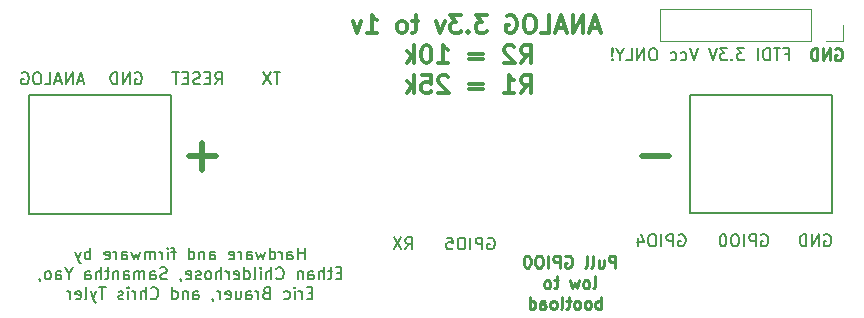
<source format=gbo>
G04 #@! TF.GenerationSoftware,KiCad,Pcbnew,5.0.0-rc2-dev-unknown-r12647-81843c37*
G04 #@! TF.CreationDate,2018-05-28T15:16:23-04:00*
G04 #@! TF.ProjectId,Peapod PCB,506561706F64205043422E6B69636164,rev?*
G04 #@! TF.SameCoordinates,Original*
G04 #@! TF.FileFunction,Legend,Bot*
G04 #@! TF.FilePolarity,Positive*
%FSLAX46Y46*%
G04 Gerber Fmt 4.6, Leading zero omitted, Abs format (unit mm)*
G04 Created by KiCad (PCBNEW 5.0.0-rc2-dev-unknown-r12647-81843c37) date Mon May 28 15:16:23 2018*
%MOMM*%
%LPD*%
G01*
G04 APERTURE LIST*
%ADD10C,0.177800*%
%ADD11C,0.250000*%
%ADD12C,0.300000*%
%ADD13C,0.500000*%
%ADD14C,0.150000*%
%ADD15C,0.120000*%
G04 APERTURE END LIST*
D10*
X177310142Y-48304580D02*
X177310142Y-47304580D01*
X177310142Y-47780771D02*
X176744085Y-47780771D01*
X176744085Y-48304580D02*
X176744085Y-47304580D01*
X175847828Y-48304580D02*
X175847828Y-47780771D01*
X175895000Y-47685533D01*
X175989342Y-47637914D01*
X176178028Y-47637914D01*
X176272371Y-47685533D01*
X175847828Y-48256961D02*
X175942171Y-48304580D01*
X176178028Y-48304580D01*
X176272371Y-48256961D01*
X176319542Y-48161723D01*
X176319542Y-48066485D01*
X176272371Y-47971247D01*
X176178028Y-47923628D01*
X175942171Y-47923628D01*
X175847828Y-47876009D01*
X175376114Y-48304580D02*
X175376114Y-47637914D01*
X175376114Y-47828390D02*
X175328942Y-47733152D01*
X175281771Y-47685533D01*
X175187428Y-47637914D01*
X175093085Y-47637914D01*
X174338342Y-48304580D02*
X174338342Y-47304580D01*
X174338342Y-48256961D02*
X174432685Y-48304580D01*
X174621371Y-48304580D01*
X174715714Y-48256961D01*
X174762885Y-48209342D01*
X174810057Y-48114104D01*
X174810057Y-47828390D01*
X174762885Y-47733152D01*
X174715714Y-47685533D01*
X174621371Y-47637914D01*
X174432685Y-47637914D01*
X174338342Y-47685533D01*
X173960971Y-47637914D02*
X173772285Y-48304580D01*
X173583600Y-47828390D01*
X173394914Y-48304580D01*
X173206228Y-47637914D01*
X172404314Y-48304580D02*
X172404314Y-47780771D01*
X172451485Y-47685533D01*
X172545828Y-47637914D01*
X172734514Y-47637914D01*
X172828857Y-47685533D01*
X172404314Y-48256961D02*
X172498657Y-48304580D01*
X172734514Y-48304580D01*
X172828857Y-48256961D01*
X172876028Y-48161723D01*
X172876028Y-48066485D01*
X172828857Y-47971247D01*
X172734514Y-47923628D01*
X172498657Y-47923628D01*
X172404314Y-47876009D01*
X171932600Y-48304580D02*
X171932600Y-47637914D01*
X171932600Y-47828390D02*
X171885428Y-47733152D01*
X171838257Y-47685533D01*
X171743914Y-47637914D01*
X171649571Y-47637914D01*
X170942000Y-48256961D02*
X171036342Y-48304580D01*
X171225028Y-48304580D01*
X171319371Y-48256961D01*
X171366542Y-48161723D01*
X171366542Y-47780771D01*
X171319371Y-47685533D01*
X171225028Y-47637914D01*
X171036342Y-47637914D01*
X170942000Y-47685533D01*
X170894828Y-47780771D01*
X170894828Y-47876009D01*
X171366542Y-47971247D01*
X169291000Y-48304580D02*
X169291000Y-47780771D01*
X169338171Y-47685533D01*
X169432514Y-47637914D01*
X169621200Y-47637914D01*
X169715542Y-47685533D01*
X169291000Y-48256961D02*
X169385342Y-48304580D01*
X169621200Y-48304580D01*
X169715542Y-48256961D01*
X169762714Y-48161723D01*
X169762714Y-48066485D01*
X169715542Y-47971247D01*
X169621200Y-47923628D01*
X169385342Y-47923628D01*
X169291000Y-47876009D01*
X168819285Y-47637914D02*
X168819285Y-48304580D01*
X168819285Y-47733152D02*
X168772114Y-47685533D01*
X168677771Y-47637914D01*
X168536257Y-47637914D01*
X168441914Y-47685533D01*
X168394742Y-47780771D01*
X168394742Y-48304580D01*
X167498485Y-48304580D02*
X167498485Y-47304580D01*
X167498485Y-48256961D02*
X167592828Y-48304580D01*
X167781514Y-48304580D01*
X167875857Y-48256961D01*
X167923028Y-48209342D01*
X167970200Y-48114104D01*
X167970200Y-47828390D01*
X167923028Y-47733152D01*
X167875857Y-47685533D01*
X167781514Y-47637914D01*
X167592828Y-47637914D01*
X167498485Y-47685533D01*
X166413542Y-47637914D02*
X166036171Y-47637914D01*
X166272028Y-48304580D02*
X166272028Y-47447438D01*
X166224857Y-47352200D01*
X166130514Y-47304580D01*
X166036171Y-47304580D01*
X165705971Y-48304580D02*
X165705971Y-47637914D01*
X165705971Y-47304580D02*
X165753142Y-47352200D01*
X165705971Y-47399819D01*
X165658800Y-47352200D01*
X165705971Y-47304580D01*
X165705971Y-47399819D01*
X165234257Y-48304580D02*
X165234257Y-47637914D01*
X165234257Y-47828390D02*
X165187085Y-47733152D01*
X165139914Y-47685533D01*
X165045571Y-47637914D01*
X164951228Y-47637914D01*
X164621028Y-48304580D02*
X164621028Y-47637914D01*
X164621028Y-47733152D02*
X164573857Y-47685533D01*
X164479514Y-47637914D01*
X164338000Y-47637914D01*
X164243657Y-47685533D01*
X164196485Y-47780771D01*
X164196485Y-48304580D01*
X164196485Y-47780771D02*
X164149314Y-47685533D01*
X164054971Y-47637914D01*
X163913457Y-47637914D01*
X163819114Y-47685533D01*
X163771942Y-47780771D01*
X163771942Y-48304580D01*
X163394571Y-47637914D02*
X163205885Y-48304580D01*
X163017200Y-47828390D01*
X162828514Y-48304580D01*
X162639828Y-47637914D01*
X161837914Y-48304580D02*
X161837914Y-47780771D01*
X161885085Y-47685533D01*
X161979428Y-47637914D01*
X162168114Y-47637914D01*
X162262457Y-47685533D01*
X161837914Y-48256961D02*
X161932257Y-48304580D01*
X162168114Y-48304580D01*
X162262457Y-48256961D01*
X162309628Y-48161723D01*
X162309628Y-48066485D01*
X162262457Y-47971247D01*
X162168114Y-47923628D01*
X161932257Y-47923628D01*
X161837914Y-47876009D01*
X161366200Y-48304580D02*
X161366200Y-47637914D01*
X161366200Y-47828390D02*
X161319028Y-47733152D01*
X161271857Y-47685533D01*
X161177514Y-47637914D01*
X161083171Y-47637914D01*
X160375600Y-48256961D02*
X160469942Y-48304580D01*
X160658628Y-48304580D01*
X160752971Y-48256961D01*
X160800142Y-48161723D01*
X160800142Y-47780771D01*
X160752971Y-47685533D01*
X160658628Y-47637914D01*
X160469942Y-47637914D01*
X160375600Y-47685533D01*
X160328428Y-47780771D01*
X160328428Y-47876009D01*
X160800142Y-47971247D01*
X159149142Y-48304580D02*
X159149142Y-47304580D01*
X159149142Y-47685533D02*
X159054800Y-47637914D01*
X158866114Y-47637914D01*
X158771771Y-47685533D01*
X158724600Y-47733152D01*
X158677428Y-47828390D01*
X158677428Y-48114104D01*
X158724600Y-48209342D01*
X158771771Y-48256961D01*
X158866114Y-48304580D01*
X159054800Y-48304580D01*
X159149142Y-48256961D01*
X158347228Y-47637914D02*
X158111371Y-48304580D01*
X157875514Y-47637914D02*
X158111371Y-48304580D01*
X158205714Y-48542676D01*
X158252885Y-48590295D01*
X158347228Y-48637914D01*
X180399871Y-49458571D02*
X180069671Y-49458571D01*
X179928157Y-49982380D02*
X180399871Y-49982380D01*
X180399871Y-48982380D01*
X179928157Y-48982380D01*
X179645128Y-49315714D02*
X179267757Y-49315714D01*
X179503614Y-48982380D02*
X179503614Y-49839523D01*
X179456442Y-49934761D01*
X179362100Y-49982380D01*
X179267757Y-49982380D01*
X178937557Y-49982380D02*
X178937557Y-48982380D01*
X178513014Y-49982380D02*
X178513014Y-49458571D01*
X178560185Y-49363333D01*
X178654528Y-49315714D01*
X178796042Y-49315714D01*
X178890385Y-49363333D01*
X178937557Y-49410952D01*
X177616757Y-49982380D02*
X177616757Y-49458571D01*
X177663928Y-49363333D01*
X177758271Y-49315714D01*
X177946957Y-49315714D01*
X178041300Y-49363333D01*
X177616757Y-49934761D02*
X177711100Y-49982380D01*
X177946957Y-49982380D01*
X178041300Y-49934761D01*
X178088471Y-49839523D01*
X178088471Y-49744285D01*
X178041300Y-49649047D01*
X177946957Y-49601428D01*
X177711100Y-49601428D01*
X177616757Y-49553809D01*
X177145042Y-49315714D02*
X177145042Y-49982380D01*
X177145042Y-49410952D02*
X177097871Y-49363333D01*
X177003528Y-49315714D01*
X176862014Y-49315714D01*
X176767671Y-49363333D01*
X176720500Y-49458571D01*
X176720500Y-49982380D01*
X174927985Y-49887142D02*
X174975157Y-49934761D01*
X175116671Y-49982380D01*
X175211014Y-49982380D01*
X175352528Y-49934761D01*
X175446871Y-49839523D01*
X175494042Y-49744285D01*
X175541214Y-49553809D01*
X175541214Y-49410952D01*
X175494042Y-49220476D01*
X175446871Y-49125238D01*
X175352528Y-49030000D01*
X175211014Y-48982380D01*
X175116671Y-48982380D01*
X174975157Y-49030000D01*
X174927985Y-49077619D01*
X174503442Y-49982380D02*
X174503442Y-48982380D01*
X174078900Y-49982380D02*
X174078900Y-49458571D01*
X174126071Y-49363333D01*
X174220414Y-49315714D01*
X174361928Y-49315714D01*
X174456271Y-49363333D01*
X174503442Y-49410952D01*
X173607185Y-49982380D02*
X173607185Y-49315714D01*
X173607185Y-48982380D02*
X173654357Y-49030000D01*
X173607185Y-49077619D01*
X173560014Y-49030000D01*
X173607185Y-48982380D01*
X173607185Y-49077619D01*
X172993957Y-49982380D02*
X173088300Y-49934761D01*
X173135471Y-49839523D01*
X173135471Y-48982380D01*
X172192042Y-49982380D02*
X172192042Y-48982380D01*
X172192042Y-49934761D02*
X172286385Y-49982380D01*
X172475071Y-49982380D01*
X172569414Y-49934761D01*
X172616585Y-49887142D01*
X172663757Y-49791904D01*
X172663757Y-49506190D01*
X172616585Y-49410952D01*
X172569414Y-49363333D01*
X172475071Y-49315714D01*
X172286385Y-49315714D01*
X172192042Y-49363333D01*
X171342957Y-49934761D02*
X171437300Y-49982380D01*
X171625985Y-49982380D01*
X171720328Y-49934761D01*
X171767500Y-49839523D01*
X171767500Y-49458571D01*
X171720328Y-49363333D01*
X171625985Y-49315714D01*
X171437300Y-49315714D01*
X171342957Y-49363333D01*
X171295785Y-49458571D01*
X171295785Y-49553809D01*
X171767500Y-49649047D01*
X170871242Y-49982380D02*
X170871242Y-49315714D01*
X170871242Y-49506190D02*
X170824071Y-49410952D01*
X170776900Y-49363333D01*
X170682557Y-49315714D01*
X170588214Y-49315714D01*
X170258014Y-49982380D02*
X170258014Y-48982380D01*
X169833471Y-49982380D02*
X169833471Y-49458571D01*
X169880642Y-49363333D01*
X169974985Y-49315714D01*
X170116500Y-49315714D01*
X170210842Y-49363333D01*
X170258014Y-49410952D01*
X169220242Y-49982380D02*
X169314585Y-49934761D01*
X169361757Y-49887142D01*
X169408928Y-49791904D01*
X169408928Y-49506190D01*
X169361757Y-49410952D01*
X169314585Y-49363333D01*
X169220242Y-49315714D01*
X169078728Y-49315714D01*
X168984385Y-49363333D01*
X168937214Y-49410952D01*
X168890042Y-49506190D01*
X168890042Y-49791904D01*
X168937214Y-49887142D01*
X168984385Y-49934761D01*
X169078728Y-49982380D01*
X169220242Y-49982380D01*
X168512671Y-49934761D02*
X168418328Y-49982380D01*
X168229642Y-49982380D01*
X168135300Y-49934761D01*
X168088128Y-49839523D01*
X168088128Y-49791904D01*
X168135300Y-49696666D01*
X168229642Y-49649047D01*
X168371157Y-49649047D01*
X168465500Y-49601428D01*
X168512671Y-49506190D01*
X168512671Y-49458571D01*
X168465500Y-49363333D01*
X168371157Y-49315714D01*
X168229642Y-49315714D01*
X168135300Y-49363333D01*
X167286214Y-49934761D02*
X167380557Y-49982380D01*
X167569242Y-49982380D01*
X167663585Y-49934761D01*
X167710757Y-49839523D01*
X167710757Y-49458571D01*
X167663585Y-49363333D01*
X167569242Y-49315714D01*
X167380557Y-49315714D01*
X167286214Y-49363333D01*
X167239042Y-49458571D01*
X167239042Y-49553809D01*
X167710757Y-49649047D01*
X166767328Y-49934761D02*
X166767328Y-49982380D01*
X166814500Y-50077619D01*
X166861671Y-50125238D01*
X165635214Y-49934761D02*
X165493700Y-49982380D01*
X165257842Y-49982380D01*
X165163500Y-49934761D01*
X165116328Y-49887142D01*
X165069157Y-49791904D01*
X165069157Y-49696666D01*
X165116328Y-49601428D01*
X165163500Y-49553809D01*
X165257842Y-49506190D01*
X165446528Y-49458571D01*
X165540871Y-49410952D01*
X165588042Y-49363333D01*
X165635214Y-49268095D01*
X165635214Y-49172857D01*
X165588042Y-49077619D01*
X165540871Y-49030000D01*
X165446528Y-48982380D01*
X165210671Y-48982380D01*
X165069157Y-49030000D01*
X164220071Y-49982380D02*
X164220071Y-49458571D01*
X164267242Y-49363333D01*
X164361585Y-49315714D01*
X164550271Y-49315714D01*
X164644614Y-49363333D01*
X164220071Y-49934761D02*
X164314414Y-49982380D01*
X164550271Y-49982380D01*
X164644614Y-49934761D01*
X164691785Y-49839523D01*
X164691785Y-49744285D01*
X164644614Y-49649047D01*
X164550271Y-49601428D01*
X164314414Y-49601428D01*
X164220071Y-49553809D01*
X163748357Y-49982380D02*
X163748357Y-49315714D01*
X163748357Y-49410952D02*
X163701185Y-49363333D01*
X163606842Y-49315714D01*
X163465328Y-49315714D01*
X163370985Y-49363333D01*
X163323814Y-49458571D01*
X163323814Y-49982380D01*
X163323814Y-49458571D02*
X163276642Y-49363333D01*
X163182300Y-49315714D01*
X163040785Y-49315714D01*
X162946442Y-49363333D01*
X162899271Y-49458571D01*
X162899271Y-49982380D01*
X162003014Y-49982380D02*
X162003014Y-49458571D01*
X162050185Y-49363333D01*
X162144528Y-49315714D01*
X162333214Y-49315714D01*
X162427557Y-49363333D01*
X162003014Y-49934761D02*
X162097357Y-49982380D01*
X162333214Y-49982380D01*
X162427557Y-49934761D01*
X162474728Y-49839523D01*
X162474728Y-49744285D01*
X162427557Y-49649047D01*
X162333214Y-49601428D01*
X162097357Y-49601428D01*
X162003014Y-49553809D01*
X161531300Y-49315714D02*
X161531300Y-49982380D01*
X161531300Y-49410952D02*
X161484128Y-49363333D01*
X161389785Y-49315714D01*
X161248271Y-49315714D01*
X161153928Y-49363333D01*
X161106757Y-49458571D01*
X161106757Y-49982380D01*
X160776557Y-49315714D02*
X160399185Y-49315714D01*
X160635042Y-48982380D02*
X160635042Y-49839523D01*
X160587871Y-49934761D01*
X160493528Y-49982380D01*
X160399185Y-49982380D01*
X160068985Y-49982380D02*
X160068985Y-48982380D01*
X159644442Y-49982380D02*
X159644442Y-49458571D01*
X159691614Y-49363333D01*
X159785957Y-49315714D01*
X159927471Y-49315714D01*
X160021814Y-49363333D01*
X160068985Y-49410952D01*
X158748185Y-49982380D02*
X158748185Y-49458571D01*
X158795357Y-49363333D01*
X158889700Y-49315714D01*
X159078385Y-49315714D01*
X159172728Y-49363333D01*
X158748185Y-49934761D02*
X158842528Y-49982380D01*
X159078385Y-49982380D01*
X159172728Y-49934761D01*
X159219900Y-49839523D01*
X159219900Y-49744285D01*
X159172728Y-49649047D01*
X159078385Y-49601428D01*
X158842528Y-49601428D01*
X158748185Y-49553809D01*
X157333042Y-49506190D02*
X157333042Y-49982380D01*
X157663242Y-48982380D02*
X157333042Y-49506190D01*
X157002842Y-48982380D01*
X156248100Y-49982380D02*
X156248100Y-49458571D01*
X156295271Y-49363333D01*
X156389614Y-49315714D01*
X156578300Y-49315714D01*
X156672642Y-49363333D01*
X156248100Y-49934761D02*
X156342442Y-49982380D01*
X156578300Y-49982380D01*
X156672642Y-49934761D01*
X156719814Y-49839523D01*
X156719814Y-49744285D01*
X156672642Y-49649047D01*
X156578300Y-49601428D01*
X156342442Y-49601428D01*
X156248100Y-49553809D01*
X155634871Y-49982380D02*
X155729214Y-49934761D01*
X155776385Y-49887142D01*
X155823557Y-49791904D01*
X155823557Y-49506190D01*
X155776385Y-49410952D01*
X155729214Y-49363333D01*
X155634871Y-49315714D01*
X155493357Y-49315714D01*
X155399014Y-49363333D01*
X155351842Y-49410952D01*
X155304671Y-49506190D01*
X155304671Y-49791904D01*
X155351842Y-49887142D01*
X155399014Y-49934761D01*
X155493357Y-49982380D01*
X155634871Y-49982380D01*
X154832957Y-49934761D02*
X154832957Y-49982380D01*
X154880128Y-50077619D01*
X154927300Y-50125238D01*
X177970542Y-51136371D02*
X177640342Y-51136371D01*
X177498828Y-51660180D02*
X177970542Y-51660180D01*
X177970542Y-50660180D01*
X177498828Y-50660180D01*
X177074285Y-51660180D02*
X177074285Y-50993514D01*
X177074285Y-51183990D02*
X177027114Y-51088752D01*
X176979942Y-51041133D01*
X176885600Y-50993514D01*
X176791257Y-50993514D01*
X176461057Y-51660180D02*
X176461057Y-50993514D01*
X176461057Y-50660180D02*
X176508228Y-50707800D01*
X176461057Y-50755419D01*
X176413885Y-50707800D01*
X176461057Y-50660180D01*
X176461057Y-50755419D01*
X175564800Y-51612561D02*
X175659142Y-51660180D01*
X175847828Y-51660180D01*
X175942171Y-51612561D01*
X175989342Y-51564942D01*
X176036514Y-51469704D01*
X176036514Y-51183990D01*
X175989342Y-51088752D01*
X175942171Y-51041133D01*
X175847828Y-50993514D01*
X175659142Y-50993514D01*
X175564800Y-51041133D01*
X174055314Y-51136371D02*
X173913800Y-51183990D01*
X173866628Y-51231609D01*
X173819457Y-51326847D01*
X173819457Y-51469704D01*
X173866628Y-51564942D01*
X173913800Y-51612561D01*
X174008142Y-51660180D01*
X174385514Y-51660180D01*
X174385514Y-50660180D01*
X174055314Y-50660180D01*
X173960971Y-50707800D01*
X173913800Y-50755419D01*
X173866628Y-50850657D01*
X173866628Y-50945895D01*
X173913800Y-51041133D01*
X173960971Y-51088752D01*
X174055314Y-51136371D01*
X174385514Y-51136371D01*
X173394914Y-51660180D02*
X173394914Y-50993514D01*
X173394914Y-51183990D02*
X173347742Y-51088752D01*
X173300571Y-51041133D01*
X173206228Y-50993514D01*
X173111885Y-50993514D01*
X172357142Y-51660180D02*
X172357142Y-51136371D01*
X172404314Y-51041133D01*
X172498657Y-50993514D01*
X172687342Y-50993514D01*
X172781685Y-51041133D01*
X172357142Y-51612561D02*
X172451485Y-51660180D01*
X172687342Y-51660180D01*
X172781685Y-51612561D01*
X172828857Y-51517323D01*
X172828857Y-51422085D01*
X172781685Y-51326847D01*
X172687342Y-51279228D01*
X172451485Y-51279228D01*
X172357142Y-51231609D01*
X171460885Y-50993514D02*
X171460885Y-51660180D01*
X171885428Y-50993514D02*
X171885428Y-51517323D01*
X171838257Y-51612561D01*
X171743914Y-51660180D01*
X171602400Y-51660180D01*
X171508057Y-51612561D01*
X171460885Y-51564942D01*
X170611800Y-51612561D02*
X170706142Y-51660180D01*
X170894828Y-51660180D01*
X170989171Y-51612561D01*
X171036342Y-51517323D01*
X171036342Y-51136371D01*
X170989171Y-51041133D01*
X170894828Y-50993514D01*
X170706142Y-50993514D01*
X170611800Y-51041133D01*
X170564628Y-51136371D01*
X170564628Y-51231609D01*
X171036342Y-51326847D01*
X170140085Y-51660180D02*
X170140085Y-50993514D01*
X170140085Y-51183990D02*
X170092914Y-51088752D01*
X170045742Y-51041133D01*
X169951400Y-50993514D01*
X169857057Y-50993514D01*
X169479685Y-51612561D02*
X169479685Y-51660180D01*
X169526857Y-51755419D01*
X169574028Y-51803038D01*
X167875857Y-51660180D02*
X167875857Y-51136371D01*
X167923028Y-51041133D01*
X168017371Y-50993514D01*
X168206057Y-50993514D01*
X168300400Y-51041133D01*
X167875857Y-51612561D02*
X167970200Y-51660180D01*
X168206057Y-51660180D01*
X168300400Y-51612561D01*
X168347571Y-51517323D01*
X168347571Y-51422085D01*
X168300400Y-51326847D01*
X168206057Y-51279228D01*
X167970200Y-51279228D01*
X167875857Y-51231609D01*
X167404142Y-50993514D02*
X167404142Y-51660180D01*
X167404142Y-51088752D02*
X167356971Y-51041133D01*
X167262628Y-50993514D01*
X167121114Y-50993514D01*
X167026771Y-51041133D01*
X166979600Y-51136371D01*
X166979600Y-51660180D01*
X166083342Y-51660180D02*
X166083342Y-50660180D01*
X166083342Y-51612561D02*
X166177685Y-51660180D01*
X166366371Y-51660180D01*
X166460714Y-51612561D01*
X166507885Y-51564942D01*
X166555057Y-51469704D01*
X166555057Y-51183990D01*
X166507885Y-51088752D01*
X166460714Y-51041133D01*
X166366371Y-50993514D01*
X166177685Y-50993514D01*
X166083342Y-51041133D01*
X164290828Y-51564942D02*
X164338000Y-51612561D01*
X164479514Y-51660180D01*
X164573857Y-51660180D01*
X164715371Y-51612561D01*
X164809714Y-51517323D01*
X164856885Y-51422085D01*
X164904057Y-51231609D01*
X164904057Y-51088752D01*
X164856885Y-50898276D01*
X164809714Y-50803038D01*
X164715371Y-50707800D01*
X164573857Y-50660180D01*
X164479514Y-50660180D01*
X164338000Y-50707800D01*
X164290828Y-50755419D01*
X163866285Y-51660180D02*
X163866285Y-50660180D01*
X163441742Y-51660180D02*
X163441742Y-51136371D01*
X163488914Y-51041133D01*
X163583257Y-50993514D01*
X163724771Y-50993514D01*
X163819114Y-51041133D01*
X163866285Y-51088752D01*
X162970028Y-51660180D02*
X162970028Y-50993514D01*
X162970028Y-51183990D02*
X162922857Y-51088752D01*
X162875685Y-51041133D01*
X162781342Y-50993514D01*
X162687000Y-50993514D01*
X162356800Y-51660180D02*
X162356800Y-50993514D01*
X162356800Y-50660180D02*
X162403971Y-50707800D01*
X162356800Y-50755419D01*
X162309628Y-50707800D01*
X162356800Y-50660180D01*
X162356800Y-50755419D01*
X161932257Y-51612561D02*
X161837914Y-51660180D01*
X161649228Y-51660180D01*
X161554885Y-51612561D01*
X161507714Y-51517323D01*
X161507714Y-51469704D01*
X161554885Y-51374466D01*
X161649228Y-51326847D01*
X161790742Y-51326847D01*
X161885085Y-51279228D01*
X161932257Y-51183990D01*
X161932257Y-51136371D01*
X161885085Y-51041133D01*
X161790742Y-50993514D01*
X161649228Y-50993514D01*
X161554885Y-51041133D01*
X160469942Y-50660180D02*
X159903885Y-50660180D01*
X160186914Y-51660180D02*
X160186914Y-50660180D01*
X159668028Y-50993514D02*
X159432171Y-51660180D01*
X159196314Y-50993514D02*
X159432171Y-51660180D01*
X159526514Y-51898276D01*
X159573685Y-51945895D01*
X159668028Y-51993514D01*
X158677428Y-51660180D02*
X158771771Y-51612561D01*
X158818942Y-51517323D01*
X158818942Y-50660180D01*
X157922685Y-51612561D02*
X158017028Y-51660180D01*
X158205714Y-51660180D01*
X158300057Y-51612561D01*
X158347228Y-51517323D01*
X158347228Y-51136371D01*
X158300057Y-51041133D01*
X158205714Y-50993514D01*
X158017028Y-50993514D01*
X157922685Y-51041133D01*
X157875514Y-51136371D01*
X157875514Y-51231609D01*
X158347228Y-51326847D01*
X157450971Y-51660180D02*
X157450971Y-50993514D01*
X157450971Y-51183990D02*
X157403800Y-51088752D01*
X157356628Y-51041133D01*
X157262285Y-50993514D01*
X157167942Y-50993514D01*
D11*
X203628095Y-48994380D02*
X203628095Y-47994380D01*
X203247142Y-47994380D01*
X203151904Y-48042000D01*
X203104285Y-48089619D01*
X203056666Y-48184857D01*
X203056666Y-48327714D01*
X203104285Y-48422952D01*
X203151904Y-48470571D01*
X203247142Y-48518190D01*
X203628095Y-48518190D01*
X202199523Y-48327714D02*
X202199523Y-48994380D01*
X202628095Y-48327714D02*
X202628095Y-48851523D01*
X202580476Y-48946761D01*
X202485238Y-48994380D01*
X202342380Y-48994380D01*
X202247142Y-48946761D01*
X202199523Y-48899142D01*
X201580476Y-48994380D02*
X201675714Y-48946761D01*
X201723333Y-48851523D01*
X201723333Y-47994380D01*
X201056666Y-48994380D02*
X201151904Y-48946761D01*
X201199523Y-48851523D01*
X201199523Y-47994380D01*
X199390000Y-48042000D02*
X199485238Y-47994380D01*
X199628095Y-47994380D01*
X199770952Y-48042000D01*
X199866190Y-48137238D01*
X199913809Y-48232476D01*
X199961428Y-48422952D01*
X199961428Y-48565809D01*
X199913809Y-48756285D01*
X199866190Y-48851523D01*
X199770952Y-48946761D01*
X199628095Y-48994380D01*
X199532857Y-48994380D01*
X199390000Y-48946761D01*
X199342380Y-48899142D01*
X199342380Y-48565809D01*
X199532857Y-48565809D01*
X198913809Y-48994380D02*
X198913809Y-47994380D01*
X198532857Y-47994380D01*
X198437619Y-48042000D01*
X198390000Y-48089619D01*
X198342380Y-48184857D01*
X198342380Y-48327714D01*
X198390000Y-48422952D01*
X198437619Y-48470571D01*
X198532857Y-48518190D01*
X198913809Y-48518190D01*
X197913809Y-48994380D02*
X197913809Y-47994380D01*
X197247142Y-47994380D02*
X197056666Y-47994380D01*
X196961428Y-48042000D01*
X196866190Y-48137238D01*
X196818571Y-48327714D01*
X196818571Y-48661047D01*
X196866190Y-48851523D01*
X196961428Y-48946761D01*
X197056666Y-48994380D01*
X197247142Y-48994380D01*
X197342380Y-48946761D01*
X197437619Y-48851523D01*
X197485238Y-48661047D01*
X197485238Y-48327714D01*
X197437619Y-48137238D01*
X197342380Y-48042000D01*
X197247142Y-47994380D01*
X196199523Y-47994380D02*
X196104285Y-47994380D01*
X196009047Y-48042000D01*
X195961428Y-48089619D01*
X195913809Y-48184857D01*
X195866190Y-48375333D01*
X195866190Y-48613428D01*
X195913809Y-48803904D01*
X195961428Y-48899142D01*
X196009047Y-48946761D01*
X196104285Y-48994380D01*
X196199523Y-48994380D01*
X196294761Y-48946761D01*
X196342380Y-48899142D01*
X196390000Y-48803904D01*
X196437619Y-48613428D01*
X196437619Y-48375333D01*
X196390000Y-48184857D01*
X196342380Y-48089619D01*
X196294761Y-48042000D01*
X196199523Y-47994380D01*
X201747142Y-50744380D02*
X201842380Y-50696761D01*
X201890000Y-50601523D01*
X201890000Y-49744380D01*
X201223333Y-50744380D02*
X201318571Y-50696761D01*
X201366190Y-50649142D01*
X201413809Y-50553904D01*
X201413809Y-50268190D01*
X201366190Y-50172952D01*
X201318571Y-50125333D01*
X201223333Y-50077714D01*
X201080476Y-50077714D01*
X200985238Y-50125333D01*
X200937619Y-50172952D01*
X200890000Y-50268190D01*
X200890000Y-50553904D01*
X200937619Y-50649142D01*
X200985238Y-50696761D01*
X201080476Y-50744380D01*
X201223333Y-50744380D01*
X200556666Y-50077714D02*
X200366190Y-50744380D01*
X200175714Y-50268190D01*
X199985238Y-50744380D01*
X199794761Y-50077714D01*
X198794761Y-50077714D02*
X198413809Y-50077714D01*
X198651904Y-49744380D02*
X198651904Y-50601523D01*
X198604285Y-50696761D01*
X198509047Y-50744380D01*
X198413809Y-50744380D01*
X197937619Y-50744380D02*
X198032857Y-50696761D01*
X198080476Y-50649142D01*
X198128095Y-50553904D01*
X198128095Y-50268190D01*
X198080476Y-50172952D01*
X198032857Y-50125333D01*
X197937619Y-50077714D01*
X197794761Y-50077714D01*
X197699523Y-50125333D01*
X197651904Y-50172952D01*
X197604285Y-50268190D01*
X197604285Y-50553904D01*
X197651904Y-50649142D01*
X197699523Y-50696761D01*
X197794761Y-50744380D01*
X197937619Y-50744380D01*
X202413809Y-52494380D02*
X202413809Y-51494380D01*
X202413809Y-51875333D02*
X202318571Y-51827714D01*
X202128095Y-51827714D01*
X202032857Y-51875333D01*
X201985238Y-51922952D01*
X201937619Y-52018190D01*
X201937619Y-52303904D01*
X201985238Y-52399142D01*
X202032857Y-52446761D01*
X202128095Y-52494380D01*
X202318571Y-52494380D01*
X202413809Y-52446761D01*
X201366190Y-52494380D02*
X201461428Y-52446761D01*
X201509047Y-52399142D01*
X201556666Y-52303904D01*
X201556666Y-52018190D01*
X201509047Y-51922952D01*
X201461428Y-51875333D01*
X201366190Y-51827714D01*
X201223333Y-51827714D01*
X201128095Y-51875333D01*
X201080476Y-51922952D01*
X201032857Y-52018190D01*
X201032857Y-52303904D01*
X201080476Y-52399142D01*
X201128095Y-52446761D01*
X201223333Y-52494380D01*
X201366190Y-52494380D01*
X200461428Y-52494380D02*
X200556666Y-52446761D01*
X200604285Y-52399142D01*
X200651904Y-52303904D01*
X200651904Y-52018190D01*
X200604285Y-51922952D01*
X200556666Y-51875333D01*
X200461428Y-51827714D01*
X200318571Y-51827714D01*
X200223333Y-51875333D01*
X200175714Y-51922952D01*
X200128095Y-52018190D01*
X200128095Y-52303904D01*
X200175714Y-52399142D01*
X200223333Y-52446761D01*
X200318571Y-52494380D01*
X200461428Y-52494380D01*
X199842380Y-51827714D02*
X199461428Y-51827714D01*
X199699523Y-51494380D02*
X199699523Y-52351523D01*
X199651904Y-52446761D01*
X199556666Y-52494380D01*
X199461428Y-52494380D01*
X198985238Y-52494380D02*
X199080476Y-52446761D01*
X199128095Y-52351523D01*
X199128095Y-51494380D01*
X198461428Y-52494380D02*
X198556666Y-52446761D01*
X198604285Y-52399142D01*
X198651904Y-52303904D01*
X198651904Y-52018190D01*
X198604285Y-51922952D01*
X198556666Y-51875333D01*
X198461428Y-51827714D01*
X198318571Y-51827714D01*
X198223333Y-51875333D01*
X198175714Y-51922952D01*
X198128095Y-52018190D01*
X198128095Y-52303904D01*
X198175714Y-52399142D01*
X198223333Y-52446761D01*
X198318571Y-52494380D01*
X198461428Y-52494380D01*
X197270952Y-52494380D02*
X197270952Y-51970571D01*
X197318571Y-51875333D01*
X197413809Y-51827714D01*
X197604285Y-51827714D01*
X197699523Y-51875333D01*
X197270952Y-52446761D02*
X197366190Y-52494380D01*
X197604285Y-52494380D01*
X197699523Y-52446761D01*
X197747142Y-52351523D01*
X197747142Y-52256285D01*
X197699523Y-52161047D01*
X197604285Y-52113428D01*
X197366190Y-52113428D01*
X197270952Y-52065809D01*
X196366190Y-52494380D02*
X196366190Y-51494380D01*
X196366190Y-52446761D02*
X196461428Y-52494380D01*
X196651904Y-52494380D01*
X196747142Y-52446761D01*
X196794761Y-52399142D01*
X196842380Y-52303904D01*
X196842380Y-52018190D01*
X196794761Y-51922952D01*
X196747142Y-51875333D01*
X196651904Y-51827714D01*
X196461428Y-51827714D01*
X196366190Y-51875333D01*
D12*
X202226285Y-28688000D02*
X201512000Y-28688000D01*
X202369142Y-29116571D02*
X201869142Y-27616571D01*
X201369142Y-29116571D01*
X200869142Y-29116571D02*
X200869142Y-27616571D01*
X200012000Y-29116571D01*
X200012000Y-27616571D01*
X199369142Y-28688000D02*
X198654857Y-28688000D01*
X199512000Y-29116571D02*
X199012000Y-27616571D01*
X198512000Y-29116571D01*
X197297714Y-29116571D02*
X198012000Y-29116571D01*
X198012000Y-27616571D01*
X196512000Y-27616571D02*
X196226285Y-27616571D01*
X196083428Y-27688000D01*
X195940571Y-27830857D01*
X195869142Y-28116571D01*
X195869142Y-28616571D01*
X195940571Y-28902285D01*
X196083428Y-29045142D01*
X196226285Y-29116571D01*
X196512000Y-29116571D01*
X196654857Y-29045142D01*
X196797714Y-28902285D01*
X196869142Y-28616571D01*
X196869142Y-28116571D01*
X196797714Y-27830857D01*
X196654857Y-27688000D01*
X196512000Y-27616571D01*
X194440571Y-27688000D02*
X194583428Y-27616571D01*
X194797714Y-27616571D01*
X195012000Y-27688000D01*
X195154857Y-27830857D01*
X195226285Y-27973714D01*
X195297714Y-28259428D01*
X195297714Y-28473714D01*
X195226285Y-28759428D01*
X195154857Y-28902285D01*
X195012000Y-29045142D01*
X194797714Y-29116571D01*
X194654857Y-29116571D01*
X194440571Y-29045142D01*
X194369142Y-28973714D01*
X194369142Y-28473714D01*
X194654857Y-28473714D01*
X192726285Y-27616571D02*
X191797714Y-27616571D01*
X192297714Y-28188000D01*
X192083428Y-28188000D01*
X191940571Y-28259428D01*
X191869142Y-28330857D01*
X191797714Y-28473714D01*
X191797714Y-28830857D01*
X191869142Y-28973714D01*
X191940571Y-29045142D01*
X192083428Y-29116571D01*
X192512000Y-29116571D01*
X192654857Y-29045142D01*
X192726285Y-28973714D01*
X191154857Y-28973714D02*
X191083428Y-29045142D01*
X191154857Y-29116571D01*
X191226285Y-29045142D01*
X191154857Y-28973714D01*
X191154857Y-29116571D01*
X190583428Y-27616571D02*
X189654857Y-27616571D01*
X190154857Y-28188000D01*
X189940571Y-28188000D01*
X189797714Y-28259428D01*
X189726285Y-28330857D01*
X189654857Y-28473714D01*
X189654857Y-28830857D01*
X189726285Y-28973714D01*
X189797714Y-29045142D01*
X189940571Y-29116571D01*
X190369142Y-29116571D01*
X190512000Y-29045142D01*
X190583428Y-28973714D01*
X189154857Y-28116571D02*
X188797714Y-29116571D01*
X188440571Y-28116571D01*
X186940571Y-28116571D02*
X186369142Y-28116571D01*
X186726285Y-27616571D02*
X186726285Y-28902285D01*
X186654857Y-29045142D01*
X186512000Y-29116571D01*
X186369142Y-29116571D01*
X185654857Y-29116571D02*
X185797714Y-29045142D01*
X185869142Y-28973714D01*
X185940571Y-28830857D01*
X185940571Y-28402285D01*
X185869142Y-28259428D01*
X185797714Y-28188000D01*
X185654857Y-28116571D01*
X185440571Y-28116571D01*
X185297714Y-28188000D01*
X185226285Y-28259428D01*
X185154857Y-28402285D01*
X185154857Y-28830857D01*
X185226285Y-28973714D01*
X185297714Y-29045142D01*
X185440571Y-29116571D01*
X185654857Y-29116571D01*
X182583428Y-29116571D02*
X183440571Y-29116571D01*
X183012000Y-29116571D02*
X183012000Y-27616571D01*
X183154857Y-27830857D01*
X183297714Y-27973714D01*
X183440571Y-28045142D01*
X182083428Y-28116571D02*
X181726285Y-29116571D01*
X181369142Y-28116571D01*
X195619142Y-31666571D02*
X196119142Y-30952285D01*
X196476285Y-31666571D02*
X196476285Y-30166571D01*
X195904857Y-30166571D01*
X195762000Y-30238000D01*
X195690571Y-30309428D01*
X195619142Y-30452285D01*
X195619142Y-30666571D01*
X195690571Y-30809428D01*
X195762000Y-30880857D01*
X195904857Y-30952285D01*
X196476285Y-30952285D01*
X195047714Y-30309428D02*
X194976285Y-30238000D01*
X194833428Y-30166571D01*
X194476285Y-30166571D01*
X194333428Y-30238000D01*
X194262000Y-30309428D01*
X194190571Y-30452285D01*
X194190571Y-30595142D01*
X194262000Y-30809428D01*
X195119142Y-31666571D01*
X194190571Y-31666571D01*
X192404857Y-30880857D02*
X191262000Y-30880857D01*
X191262000Y-31309428D02*
X192404857Y-31309428D01*
X188619142Y-31666571D02*
X189476285Y-31666571D01*
X189047714Y-31666571D02*
X189047714Y-30166571D01*
X189190571Y-30380857D01*
X189333428Y-30523714D01*
X189476285Y-30595142D01*
X187690571Y-30166571D02*
X187547714Y-30166571D01*
X187404857Y-30238000D01*
X187333428Y-30309428D01*
X187262000Y-30452285D01*
X187190571Y-30738000D01*
X187190571Y-31095142D01*
X187262000Y-31380857D01*
X187333428Y-31523714D01*
X187404857Y-31595142D01*
X187547714Y-31666571D01*
X187690571Y-31666571D01*
X187833428Y-31595142D01*
X187904857Y-31523714D01*
X187976285Y-31380857D01*
X188047714Y-31095142D01*
X188047714Y-30738000D01*
X187976285Y-30452285D01*
X187904857Y-30309428D01*
X187833428Y-30238000D01*
X187690571Y-30166571D01*
X186547714Y-31666571D02*
X186547714Y-30166571D01*
X186404857Y-31095142D02*
X185976285Y-31666571D01*
X185976285Y-30666571D02*
X186547714Y-31238000D01*
X195619142Y-34216571D02*
X196119142Y-33502285D01*
X196476285Y-34216571D02*
X196476285Y-32716571D01*
X195904857Y-32716571D01*
X195762000Y-32788000D01*
X195690571Y-32859428D01*
X195619142Y-33002285D01*
X195619142Y-33216571D01*
X195690571Y-33359428D01*
X195762000Y-33430857D01*
X195904857Y-33502285D01*
X196476285Y-33502285D01*
X194190571Y-34216571D02*
X195047714Y-34216571D01*
X194619142Y-34216571D02*
X194619142Y-32716571D01*
X194762000Y-32930857D01*
X194904857Y-33073714D01*
X195047714Y-33145142D01*
X192404857Y-33430857D02*
X191262000Y-33430857D01*
X191262000Y-33859428D02*
X192404857Y-33859428D01*
X189476285Y-32859428D02*
X189404857Y-32788000D01*
X189262000Y-32716571D01*
X188904857Y-32716571D01*
X188762000Y-32788000D01*
X188690571Y-32859428D01*
X188619142Y-33002285D01*
X188619142Y-33145142D01*
X188690571Y-33359428D01*
X189547714Y-34216571D01*
X188619142Y-34216571D01*
X187262000Y-32716571D02*
X187976285Y-32716571D01*
X188047714Y-33430857D01*
X187976285Y-33359428D01*
X187833428Y-33288000D01*
X187476285Y-33288000D01*
X187333428Y-33359428D01*
X187262000Y-33430857D01*
X187190571Y-33573714D01*
X187190571Y-33930857D01*
X187262000Y-34073714D01*
X187333428Y-34145142D01*
X187476285Y-34216571D01*
X187833428Y-34216571D01*
X187976285Y-34145142D01*
X188047714Y-34073714D01*
X186547714Y-34216571D02*
X186547714Y-32716571D01*
X186404857Y-33645142D02*
X185976285Y-34216571D01*
X185976285Y-33216571D02*
X186547714Y-33788000D01*
D13*
X167513142Y-39584285D02*
X169798857Y-39584285D01*
X168656000Y-40727142D02*
X168656000Y-38441428D01*
X205867142Y-39584285D02*
X208152857Y-39584285D01*
D11*
X222249904Y-30488000D02*
X222345142Y-30440380D01*
X222488000Y-30440380D01*
X222630857Y-30488000D01*
X222726095Y-30583238D01*
X222773714Y-30678476D01*
X222821333Y-30868952D01*
X222821333Y-31011809D01*
X222773714Y-31202285D01*
X222726095Y-31297523D01*
X222630857Y-31392761D01*
X222488000Y-31440380D01*
X222392761Y-31440380D01*
X222249904Y-31392761D01*
X222202285Y-31345142D01*
X222202285Y-31011809D01*
X222392761Y-31011809D01*
X221773714Y-31440380D02*
X221773714Y-30440380D01*
X221202285Y-31440380D01*
X221202285Y-30440380D01*
X220726095Y-31440380D02*
X220726095Y-30440380D01*
X220488000Y-30440380D01*
X220345142Y-30488000D01*
X220249904Y-30583238D01*
X220202285Y-30678476D01*
X220154666Y-30868952D01*
X220154666Y-31011809D01*
X220202285Y-31202285D01*
X220249904Y-31297523D01*
X220345142Y-31392761D01*
X220488000Y-31440380D01*
X220726095Y-31440380D01*
D14*
X209960000Y-44370000D02*
X221960000Y-44370000D01*
X221960000Y-44370000D02*
X221960000Y-34370000D01*
X221960000Y-34370000D02*
X209960000Y-34370000D01*
X209960000Y-44370000D02*
X209960000Y-34370000D01*
X165960000Y-34420000D02*
X153960000Y-34420000D01*
X153960000Y-34420000D02*
X153960000Y-44420000D01*
X153960000Y-44420000D02*
X165960000Y-44420000D01*
X165960000Y-34420000D02*
X165960000Y-44420000D01*
D15*
X220218000Y-29838000D02*
X207398000Y-29838000D01*
X207398000Y-29838000D02*
X207398000Y-27058000D01*
X207398000Y-27058000D02*
X220218000Y-27058000D01*
X220218000Y-27058000D02*
X220218000Y-29838000D01*
X221488000Y-29838000D02*
X222878000Y-29838000D01*
X222878000Y-29838000D02*
X222878000Y-28448000D01*
D14*
X221312857Y-46236000D02*
X221408095Y-46188380D01*
X221550952Y-46188380D01*
X221693809Y-46236000D01*
X221789047Y-46331238D01*
X221836666Y-46426476D01*
X221884285Y-46616952D01*
X221884285Y-46759809D01*
X221836666Y-46950285D01*
X221789047Y-47045523D01*
X221693809Y-47140761D01*
X221550952Y-47188380D01*
X221455714Y-47188380D01*
X221312857Y-47140761D01*
X221265238Y-47093142D01*
X221265238Y-46759809D01*
X221455714Y-46759809D01*
X220836666Y-47188380D02*
X220836666Y-46188380D01*
X220265238Y-47188380D01*
X220265238Y-46188380D01*
X219789047Y-47188380D02*
X219789047Y-46188380D01*
X219550952Y-46188380D01*
X219408095Y-46236000D01*
X219312857Y-46331238D01*
X219265238Y-46426476D01*
X219217619Y-46616952D01*
X219217619Y-46759809D01*
X219265238Y-46950285D01*
X219312857Y-47045523D01*
X219408095Y-47140761D01*
X219550952Y-47188380D01*
X219789047Y-47188380D01*
X215979523Y-46236000D02*
X216074761Y-46188380D01*
X216217619Y-46188380D01*
X216360476Y-46236000D01*
X216455714Y-46331238D01*
X216503333Y-46426476D01*
X216550952Y-46616952D01*
X216550952Y-46759809D01*
X216503333Y-46950285D01*
X216455714Y-47045523D01*
X216360476Y-47140761D01*
X216217619Y-47188380D01*
X216122380Y-47188380D01*
X215979523Y-47140761D01*
X215931904Y-47093142D01*
X215931904Y-46759809D01*
X216122380Y-46759809D01*
X215503333Y-47188380D02*
X215503333Y-46188380D01*
X215122380Y-46188380D01*
X215027142Y-46236000D01*
X214979523Y-46283619D01*
X214931904Y-46378857D01*
X214931904Y-46521714D01*
X214979523Y-46616952D01*
X215027142Y-46664571D01*
X215122380Y-46712190D01*
X215503333Y-46712190D01*
X214503333Y-47188380D02*
X214503333Y-46188380D01*
X213836666Y-46188380D02*
X213646190Y-46188380D01*
X213550952Y-46236000D01*
X213455714Y-46331238D01*
X213408095Y-46521714D01*
X213408095Y-46855047D01*
X213455714Y-47045523D01*
X213550952Y-47140761D01*
X213646190Y-47188380D01*
X213836666Y-47188380D01*
X213931904Y-47140761D01*
X214027142Y-47045523D01*
X214074761Y-46855047D01*
X214074761Y-46521714D01*
X214027142Y-46331238D01*
X213931904Y-46236000D01*
X213836666Y-46188380D01*
X212789047Y-46188380D02*
X212693809Y-46188380D01*
X212598571Y-46236000D01*
X212550952Y-46283619D01*
X212503333Y-46378857D01*
X212455714Y-46569333D01*
X212455714Y-46807428D01*
X212503333Y-46997904D01*
X212550952Y-47093142D01*
X212598571Y-47140761D01*
X212693809Y-47188380D01*
X212789047Y-47188380D01*
X212884285Y-47140761D01*
X212931904Y-47093142D01*
X212979523Y-46997904D01*
X213027142Y-46807428D01*
X213027142Y-46569333D01*
X212979523Y-46378857D01*
X212931904Y-46283619D01*
X212884285Y-46236000D01*
X212789047Y-46188380D01*
X169727047Y-33472380D02*
X170060380Y-32996190D01*
X170298476Y-33472380D02*
X170298476Y-32472380D01*
X169917523Y-32472380D01*
X169822285Y-32520000D01*
X169774666Y-32567619D01*
X169727047Y-32662857D01*
X169727047Y-32805714D01*
X169774666Y-32900952D01*
X169822285Y-32948571D01*
X169917523Y-32996190D01*
X170298476Y-32996190D01*
X169298476Y-32948571D02*
X168965142Y-32948571D01*
X168822285Y-33472380D02*
X169298476Y-33472380D01*
X169298476Y-32472380D01*
X168822285Y-32472380D01*
X168441333Y-33424761D02*
X168298476Y-33472380D01*
X168060380Y-33472380D01*
X167965142Y-33424761D01*
X167917523Y-33377142D01*
X167869904Y-33281904D01*
X167869904Y-33186666D01*
X167917523Y-33091428D01*
X167965142Y-33043809D01*
X168060380Y-32996190D01*
X168250857Y-32948571D01*
X168346095Y-32900952D01*
X168393714Y-32853333D01*
X168441333Y-32758095D01*
X168441333Y-32662857D01*
X168393714Y-32567619D01*
X168346095Y-32520000D01*
X168250857Y-32472380D01*
X168012761Y-32472380D01*
X167869904Y-32520000D01*
X167441333Y-32948571D02*
X167108000Y-32948571D01*
X166965142Y-33472380D02*
X167441333Y-33472380D01*
X167441333Y-32472380D01*
X166965142Y-32472380D01*
X166679428Y-32472380D02*
X166108000Y-32472380D01*
X166393714Y-33472380D02*
X166393714Y-32472380D01*
X162965142Y-32520000D02*
X163060380Y-32472380D01*
X163203238Y-32472380D01*
X163346095Y-32520000D01*
X163441333Y-32615238D01*
X163488952Y-32710476D01*
X163536571Y-32900952D01*
X163536571Y-33043809D01*
X163488952Y-33234285D01*
X163441333Y-33329523D01*
X163346095Y-33424761D01*
X163203238Y-33472380D01*
X163108000Y-33472380D01*
X162965142Y-33424761D01*
X162917523Y-33377142D01*
X162917523Y-33043809D01*
X163108000Y-33043809D01*
X162488952Y-33472380D02*
X162488952Y-32472380D01*
X161917523Y-33472380D01*
X161917523Y-32472380D01*
X161441333Y-33472380D02*
X161441333Y-32472380D01*
X161203238Y-32472380D01*
X161060380Y-32520000D01*
X160965142Y-32615238D01*
X160917523Y-32710476D01*
X160869904Y-32900952D01*
X160869904Y-33043809D01*
X160917523Y-33234285D01*
X160965142Y-33329523D01*
X161060380Y-33424761D01*
X161203238Y-33472380D01*
X161441333Y-33472380D01*
X158575047Y-33186666D02*
X158098857Y-33186666D01*
X158670285Y-33472380D02*
X158336952Y-32472380D01*
X158003619Y-33472380D01*
X157670285Y-33472380D02*
X157670285Y-32472380D01*
X157098857Y-33472380D01*
X157098857Y-32472380D01*
X156670285Y-33186666D02*
X156194095Y-33186666D01*
X156765523Y-33472380D02*
X156432190Y-32472380D01*
X156098857Y-33472380D01*
X155289333Y-33472380D02*
X155765523Y-33472380D01*
X155765523Y-32472380D01*
X154765523Y-32472380D02*
X154575047Y-32472380D01*
X154479809Y-32520000D01*
X154384571Y-32615238D01*
X154336952Y-32805714D01*
X154336952Y-33139047D01*
X154384571Y-33329523D01*
X154479809Y-33424761D01*
X154575047Y-33472380D01*
X154765523Y-33472380D01*
X154860761Y-33424761D01*
X154956000Y-33329523D01*
X155003619Y-33139047D01*
X155003619Y-32805714D01*
X154956000Y-32615238D01*
X154860761Y-32520000D01*
X154765523Y-32472380D01*
X153384571Y-32520000D02*
X153479809Y-32472380D01*
X153622666Y-32472380D01*
X153765523Y-32520000D01*
X153860761Y-32615238D01*
X153908380Y-32710476D01*
X153956000Y-32900952D01*
X153956000Y-33043809D01*
X153908380Y-33234285D01*
X153860761Y-33329523D01*
X153765523Y-33424761D01*
X153622666Y-33472380D01*
X153527428Y-33472380D01*
X153384571Y-33424761D01*
X153336952Y-33377142D01*
X153336952Y-33043809D01*
X153527428Y-33043809D01*
X217962857Y-30916571D02*
X218296190Y-30916571D01*
X218296190Y-31440380D02*
X218296190Y-30440380D01*
X217820000Y-30440380D01*
X217581904Y-30440380D02*
X217010476Y-30440380D01*
X217296190Y-31440380D02*
X217296190Y-30440380D01*
X216677142Y-31440380D02*
X216677142Y-30440380D01*
X216439047Y-30440380D01*
X216296190Y-30488000D01*
X216200952Y-30583238D01*
X216153333Y-30678476D01*
X216105714Y-30868952D01*
X216105714Y-31011809D01*
X216153333Y-31202285D01*
X216200952Y-31297523D01*
X216296190Y-31392761D01*
X216439047Y-31440380D01*
X216677142Y-31440380D01*
X215677142Y-31440380D02*
X215677142Y-30440380D01*
X214534285Y-30440380D02*
X213915238Y-30440380D01*
X214248571Y-30821333D01*
X214105714Y-30821333D01*
X214010476Y-30868952D01*
X213962857Y-30916571D01*
X213915238Y-31011809D01*
X213915238Y-31249904D01*
X213962857Y-31345142D01*
X214010476Y-31392761D01*
X214105714Y-31440380D01*
X214391428Y-31440380D01*
X214486666Y-31392761D01*
X214534285Y-31345142D01*
X213486666Y-31345142D02*
X213439047Y-31392761D01*
X213486666Y-31440380D01*
X213534285Y-31392761D01*
X213486666Y-31345142D01*
X213486666Y-31440380D01*
X213105714Y-30440380D02*
X212486666Y-30440380D01*
X212820000Y-30821333D01*
X212677142Y-30821333D01*
X212581904Y-30868952D01*
X212534285Y-30916571D01*
X212486666Y-31011809D01*
X212486666Y-31249904D01*
X212534285Y-31345142D01*
X212581904Y-31392761D01*
X212677142Y-31440380D01*
X212962857Y-31440380D01*
X213058095Y-31392761D01*
X213105714Y-31345142D01*
X212200952Y-30440380D02*
X211867619Y-31440380D01*
X211534285Y-30440380D01*
X210581904Y-30440380D02*
X210248571Y-31440380D01*
X209915238Y-30440380D01*
X209153333Y-31392761D02*
X209248571Y-31440380D01*
X209439047Y-31440380D01*
X209534285Y-31392761D01*
X209581904Y-31345142D01*
X209629523Y-31249904D01*
X209629523Y-30964190D01*
X209581904Y-30868952D01*
X209534285Y-30821333D01*
X209439047Y-30773714D01*
X209248571Y-30773714D01*
X209153333Y-30821333D01*
X208296190Y-31392761D02*
X208391428Y-31440380D01*
X208581904Y-31440380D01*
X208677142Y-31392761D01*
X208724761Y-31345142D01*
X208772380Y-31249904D01*
X208772380Y-30964190D01*
X208724761Y-30868952D01*
X208677142Y-30821333D01*
X208581904Y-30773714D01*
X208391428Y-30773714D01*
X208296190Y-30821333D01*
X206915238Y-30440380D02*
X206724761Y-30440380D01*
X206629523Y-30488000D01*
X206534285Y-30583238D01*
X206486666Y-30773714D01*
X206486666Y-31107047D01*
X206534285Y-31297523D01*
X206629523Y-31392761D01*
X206724761Y-31440380D01*
X206915238Y-31440380D01*
X207010476Y-31392761D01*
X207105714Y-31297523D01*
X207153333Y-31107047D01*
X207153333Y-30773714D01*
X207105714Y-30583238D01*
X207010476Y-30488000D01*
X206915238Y-30440380D01*
X206058095Y-31440380D02*
X206058095Y-30440380D01*
X205486666Y-31440380D01*
X205486666Y-30440380D01*
X204534285Y-31440380D02*
X205010476Y-31440380D01*
X205010476Y-30440380D01*
X204010476Y-30964190D02*
X204010476Y-31440380D01*
X204343809Y-30440380D02*
X204010476Y-30964190D01*
X203677142Y-30440380D01*
X203343809Y-31345142D02*
X203296190Y-31392761D01*
X203343809Y-31440380D01*
X203391428Y-31392761D01*
X203343809Y-31345142D01*
X203343809Y-31440380D01*
X203343809Y-31059428D02*
X203391428Y-30488000D01*
X203343809Y-30440380D01*
X203296190Y-30488000D01*
X203343809Y-31059428D01*
X203343809Y-30440380D01*
X192826190Y-46494000D02*
X192921428Y-46446380D01*
X193064285Y-46446380D01*
X193207142Y-46494000D01*
X193302380Y-46589238D01*
X193350000Y-46684476D01*
X193397619Y-46874952D01*
X193397619Y-47017809D01*
X193350000Y-47208285D01*
X193302380Y-47303523D01*
X193207142Y-47398761D01*
X193064285Y-47446380D01*
X192969047Y-47446380D01*
X192826190Y-47398761D01*
X192778571Y-47351142D01*
X192778571Y-47017809D01*
X192969047Y-47017809D01*
X192350000Y-47446380D02*
X192350000Y-46446380D01*
X191969047Y-46446380D01*
X191873809Y-46494000D01*
X191826190Y-46541619D01*
X191778571Y-46636857D01*
X191778571Y-46779714D01*
X191826190Y-46874952D01*
X191873809Y-46922571D01*
X191969047Y-46970190D01*
X192350000Y-46970190D01*
X191350000Y-47446380D02*
X191350000Y-46446380D01*
X190683333Y-46446380D02*
X190492857Y-46446380D01*
X190397619Y-46494000D01*
X190302380Y-46589238D01*
X190254761Y-46779714D01*
X190254761Y-47113047D01*
X190302380Y-47303523D01*
X190397619Y-47398761D01*
X190492857Y-47446380D01*
X190683333Y-47446380D01*
X190778571Y-47398761D01*
X190873809Y-47303523D01*
X190921428Y-47113047D01*
X190921428Y-46779714D01*
X190873809Y-46589238D01*
X190778571Y-46494000D01*
X190683333Y-46446380D01*
X189350000Y-46446380D02*
X189826190Y-46446380D01*
X189873809Y-46922571D01*
X189826190Y-46874952D01*
X189730952Y-46827333D01*
X189492857Y-46827333D01*
X189397619Y-46874952D01*
X189350000Y-46922571D01*
X189302380Y-47017809D01*
X189302380Y-47255904D01*
X189350000Y-47351142D01*
X189397619Y-47398761D01*
X189492857Y-47446380D01*
X189730952Y-47446380D01*
X189826190Y-47398761D01*
X189873809Y-47351142D01*
X208994190Y-46236000D02*
X209089428Y-46188380D01*
X209232285Y-46188380D01*
X209375142Y-46236000D01*
X209470380Y-46331238D01*
X209518000Y-46426476D01*
X209565619Y-46616952D01*
X209565619Y-46759809D01*
X209518000Y-46950285D01*
X209470380Y-47045523D01*
X209375142Y-47140761D01*
X209232285Y-47188380D01*
X209137047Y-47188380D01*
X208994190Y-47140761D01*
X208946571Y-47093142D01*
X208946571Y-46759809D01*
X209137047Y-46759809D01*
X208518000Y-47188380D02*
X208518000Y-46188380D01*
X208137047Y-46188380D01*
X208041809Y-46236000D01*
X207994190Y-46283619D01*
X207946571Y-46378857D01*
X207946571Y-46521714D01*
X207994190Y-46616952D01*
X208041809Y-46664571D01*
X208137047Y-46712190D01*
X208518000Y-46712190D01*
X207518000Y-47188380D02*
X207518000Y-46188380D01*
X206851333Y-46188380D02*
X206660857Y-46188380D01*
X206565619Y-46236000D01*
X206470380Y-46331238D01*
X206422761Y-46521714D01*
X206422761Y-46855047D01*
X206470380Y-47045523D01*
X206565619Y-47140761D01*
X206660857Y-47188380D01*
X206851333Y-47188380D01*
X206946571Y-47140761D01*
X207041809Y-47045523D01*
X207089428Y-46855047D01*
X207089428Y-46521714D01*
X207041809Y-46331238D01*
X206946571Y-46236000D01*
X206851333Y-46188380D01*
X205565619Y-46521714D02*
X205565619Y-47188380D01*
X205803714Y-46140761D02*
X206041809Y-46855047D01*
X205422761Y-46855047D01*
X185840666Y-47442380D02*
X186174000Y-46966190D01*
X186412095Y-47442380D02*
X186412095Y-46442380D01*
X186031142Y-46442380D01*
X185935904Y-46490000D01*
X185888285Y-46537619D01*
X185840666Y-46632857D01*
X185840666Y-46775714D01*
X185888285Y-46870952D01*
X185935904Y-46918571D01*
X186031142Y-46966190D01*
X186412095Y-46966190D01*
X185507333Y-46442380D02*
X184840666Y-47442380D01*
X184840666Y-46442380D02*
X185507333Y-47442380D01*
X175259904Y-32472380D02*
X174688476Y-32472380D01*
X174974190Y-33472380D02*
X174974190Y-32472380D01*
X174450380Y-32472380D02*
X173783714Y-33472380D01*
X173783714Y-32472380D02*
X174450380Y-33472380D01*
M02*

</source>
